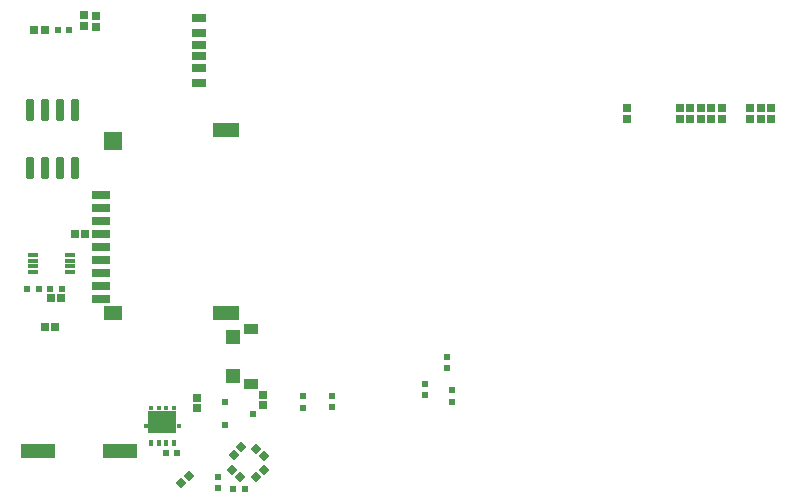
<source format=gtp>
G04*
G04 #@! TF.GenerationSoftware,Altium Limited,Altium Designer,18.0.7 (293)*
G04*
G04 Layer_Color=8421504*
%FSLAX25Y25*%
%MOIN*%
G70*
G01*
G75*
%ADD14R,0.02559X0.02520*%
%ADD15R,0.02362X0.01968*%
%ADD16R,0.02264X0.02441*%
%ADD17R,0.01496X0.01693*%
%ADD18R,0.09646X0.07795*%
%ADD19R,0.01575X0.01181*%
%ADD20R,0.01378X0.01968*%
%ADD21R,0.03347X0.01181*%
G04:AMPARAMS|DCode=22|XSize=74.8mil|YSize=23.62mil|CornerRadius=2.95mil|HoleSize=0mil|Usage=FLASHONLY|Rotation=90.000|XOffset=0mil|YOffset=0mil|HoleType=Round|Shape=RoundedRectangle|*
%AMROUNDEDRECTD22*
21,1,0.07480,0.01772,0,0,90.0*
21,1,0.06890,0.02362,0,0,90.0*
1,1,0.00591,0.00886,0.03445*
1,1,0.00591,0.00886,-0.03445*
1,1,0.00591,-0.00886,-0.03445*
1,1,0.00591,-0.00886,0.03445*
%
%ADD22ROUNDEDRECTD22*%
%ADD23R,0.04724X0.03543*%
%ADD24R,0.05118X0.04724*%
G04:AMPARAMS|DCode=25|XSize=25.59mil|YSize=25.2mil|CornerRadius=0mil|HoleSize=0mil|Usage=FLASHONLY|Rotation=135.000|XOffset=0mil|YOffset=0mil|HoleType=Round|Shape=Rectangle|*
%AMROTATEDRECTD25*
4,1,4,0.01796,-0.00014,0.00014,-0.01796,-0.01796,0.00014,-0.00014,0.01796,0.01796,-0.00014,0.0*
%
%ADD25ROTATEDRECTD25*%

G04:AMPARAMS|DCode=26|XSize=25.59mil|YSize=25.2mil|CornerRadius=0mil|HoleSize=0mil|Usage=FLASHONLY|Rotation=45.000|XOffset=0mil|YOffset=0mil|HoleType=Round|Shape=Rectangle|*
%AMROTATEDRECTD26*
4,1,4,-0.00014,-0.01796,-0.01796,-0.00014,0.00014,0.01796,0.01796,0.00014,-0.00014,-0.01796,0.0*
%
%ADD26ROTATEDRECTD26*%

%ADD27R,0.04724X0.02756*%
%ADD28R,0.04724X0.02992*%
%ADD29R,0.04724X0.03150*%
%ADD30R,0.01968X0.02362*%
%ADD31R,0.02520X0.02559*%
%ADD32R,0.11420X0.04720*%
%ADD33R,0.06299X0.02756*%
%ADD34R,0.08661X0.04724*%
%ADD35R,0.05906X0.04724*%
%ADD36R,0.05906X0.06299*%
D14*
X404272Y486500D02*
D03*
X400728D02*
D03*
X398772Y576000D02*
D03*
X395228D02*
D03*
X412272Y508000D02*
D03*
X408728D02*
D03*
X398728Y477000D02*
D03*
X402272D02*
D03*
D15*
X403031Y576000D02*
D03*
X406968D02*
D03*
X396937Y489500D02*
D03*
X393000D02*
D03*
X465469Y423000D02*
D03*
X461531D02*
D03*
X439032Y435000D02*
D03*
X442969D02*
D03*
X400531Y489500D02*
D03*
X404468D02*
D03*
D16*
X468177Y448000D02*
D03*
X458823Y444260D02*
D03*
Y451740D02*
D03*
D17*
X443571Y443803D02*
D03*
X432429D02*
D03*
D18*
X438000Y445221D02*
D03*
D19*
X434161Y449709D02*
D03*
X436721D02*
D03*
X439280D02*
D03*
X441839D02*
D03*
D20*
Y438291D02*
D03*
X439280D02*
D03*
X436721D02*
D03*
X434161D02*
D03*
D21*
X407201Y500953D02*
D03*
Y498984D02*
D03*
Y497016D02*
D03*
Y495047D02*
D03*
X394799D02*
D03*
Y497016D02*
D03*
Y498984D02*
D03*
Y500953D02*
D03*
D22*
X394000Y549165D02*
D03*
X399000D02*
D03*
X404000D02*
D03*
X409000D02*
D03*
Y529835D02*
D03*
X404000D02*
D03*
X399000D02*
D03*
X394000D02*
D03*
D23*
X467551Y476055D02*
D03*
Y457945D02*
D03*
D24*
X461449Y473594D02*
D03*
Y460405D02*
D03*
D25*
X461247Y429253D02*
D03*
X463753Y426747D02*
D03*
X471753Y433747D02*
D03*
X469247Y436253D02*
D03*
D26*
X464253Y436753D02*
D03*
X461747Y434247D02*
D03*
X471753Y429253D02*
D03*
X469247Y426747D02*
D03*
X444247Y424747D02*
D03*
X446753Y427253D02*
D03*
D27*
X450157Y567031D02*
D03*
Y570968D02*
D03*
D28*
Y574984D02*
D03*
Y563016D02*
D03*
D29*
Y579827D02*
D03*
Y558173D02*
D03*
D30*
X456500Y423032D02*
D03*
X456500Y426968D02*
D03*
X494500Y453968D02*
D03*
Y450032D02*
D03*
X485000Y453937D02*
D03*
Y450000D02*
D03*
X534500Y452000D02*
D03*
Y455937D02*
D03*
X533000Y466968D02*
D03*
Y463031D02*
D03*
X525500Y454063D02*
D03*
Y458000D02*
D03*
D31*
X449500Y449728D02*
D03*
Y453272D02*
D03*
X471500Y450728D02*
D03*
Y454272D02*
D03*
X416000Y577000D02*
D03*
Y580543D02*
D03*
X412000Y577228D02*
D03*
Y580772D02*
D03*
X634000Y549772D02*
D03*
Y546228D02*
D03*
X624500Y549772D02*
D03*
Y546228D02*
D03*
X637500Y549772D02*
D03*
Y546228D02*
D03*
X621000Y549772D02*
D03*
Y546228D02*
D03*
X641000Y549772D02*
D03*
Y546228D02*
D03*
X617500Y549772D02*
D03*
Y546228D02*
D03*
X614000Y549772D02*
D03*
Y546228D02*
D03*
X610500Y549772D02*
D03*
Y546228D02*
D03*
X593000Y549772D02*
D03*
Y546228D02*
D03*
D32*
X396446Y435498D02*
D03*
X424006D02*
D03*
D33*
X417488Y486213D02*
D03*
Y490543D02*
D03*
Y494874D02*
D03*
Y499205D02*
D03*
Y503535D02*
D03*
Y507866D02*
D03*
Y512197D02*
D03*
Y516528D02*
D03*
Y520858D02*
D03*
D34*
X459221Y542512D02*
D03*
Y481488D02*
D03*
D35*
X421425D02*
D03*
D36*
Y538969D02*
D03*
M02*

</source>
